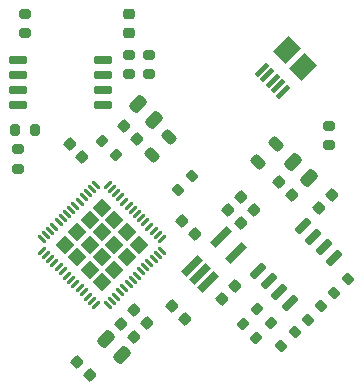
<source format=gtp>
G04 #@! TF.GenerationSoftware,KiCad,Pcbnew,(6.0.0-0)*
G04 #@! TF.CreationDate,2022-07-07T12:10:55+02:00*
G04 #@! TF.ProjectId,core-v-mini-mcu-spiboot-fpga,636f7265-2d76-42d6-9d69-6e692d6d6375,rev?*
G04 #@! TF.SameCoordinates,Original*
G04 #@! TF.FileFunction,Paste,Top*
G04 #@! TF.FilePolarity,Positive*
%FSLAX46Y46*%
G04 Gerber Fmt 4.6, Leading zero omitted, Abs format (unit mm)*
G04 Created by KiCad (PCBNEW (6.0.0-0)) date 2022-07-07 12:10:55*
%MOMM*%
%LPD*%
G01*
G04 APERTURE LIST*
G04 Aperture macros list*
%AMRoundRect*
0 Rectangle with rounded corners*
0 $1 Rounding radius*
0 $2 $3 $4 $5 $6 $7 $8 $9 X,Y pos of 4 corners*
0 Add a 4 corners polygon primitive as box body*
4,1,4,$2,$3,$4,$5,$6,$7,$8,$9,$2,$3,0*
0 Add four circle primitives for the rounded corners*
1,1,$1+$1,$2,$3*
1,1,$1+$1,$4,$5*
1,1,$1+$1,$6,$7*
1,1,$1+$1,$8,$9*
0 Add four rect primitives between the rounded corners*
20,1,$1+$1,$2,$3,$4,$5,0*
20,1,$1+$1,$4,$5,$6,$7,0*
20,1,$1+$1,$6,$7,$8,$9,0*
20,1,$1+$1,$8,$9,$2,$3,0*%
%AMRotRect*
0 Rectangle, with rotation*
0 The origin of the aperture is its center*
0 $1 length*
0 $2 width*
0 $3 Rotation angle, in degrees counterclockwise*
0 Add horizontal line*
21,1,$1,$2,0,0,$3*%
G04 Aperture macros list end*
%ADD10RoundRect,0.200000X-0.275000X0.200000X-0.275000X-0.200000X0.275000X-0.200000X0.275000X0.200000X0*%
%ADD11RoundRect,0.250000X0.512652X0.159099X0.159099X0.512652X-0.512652X-0.159099X-0.159099X-0.512652X0*%
%ADD12RoundRect,0.250000X-0.512652X-0.159099X-0.159099X-0.512652X0.512652X0.159099X0.159099X0.512652X0*%
%ADD13RoundRect,0.200000X0.335876X0.053033X0.053033X0.335876X-0.335876X-0.053033X-0.053033X-0.335876X0*%
%ADD14RoundRect,0.225000X0.250000X-0.225000X0.250000X0.225000X-0.250000X0.225000X-0.250000X-0.225000X0*%
%ADD15RoundRect,0.250000X0.000000X0.487904X-0.487904X0.000000X0.000000X-0.487904X0.487904X0.000000X0*%
%ADD16RoundRect,0.062500X0.220971X0.309359X-0.309359X-0.220971X-0.220971X-0.309359X0.309359X0.220971X0*%
%ADD17RoundRect,0.062500X-0.220971X0.309359X-0.309359X0.220971X0.220971X-0.309359X0.309359X-0.220971X0*%
%ADD18RoundRect,0.225000X0.335876X0.017678X0.017678X0.335876X-0.335876X-0.017678X-0.017678X-0.335876X0*%
%ADD19RoundRect,0.200000X0.275000X-0.200000X0.275000X0.200000X-0.275000X0.200000X-0.275000X-0.200000X0*%
%ADD20RoundRect,0.150000X-0.335876X-0.548008X0.548008X0.335876X0.335876X0.548008X-0.548008X-0.335876X0*%
%ADD21RoundRect,0.200000X0.200000X0.275000X-0.200000X0.275000X-0.200000X-0.275000X0.200000X-0.275000X0*%
%ADD22RoundRect,0.225000X0.017678X-0.335876X0.335876X-0.017678X-0.017678X0.335876X-0.335876X0.017678X0*%
%ADD23RoundRect,0.200000X-0.335876X-0.053033X-0.053033X-0.335876X0.335876X0.053033X0.053033X0.335876X0*%
%ADD24RoundRect,0.200000X0.053033X-0.335876X0.335876X-0.053033X-0.053033X0.335876X-0.335876X0.053033X0*%
%ADD25RoundRect,0.225000X-0.335876X-0.017678X-0.017678X-0.335876X0.335876X0.017678X0.017678X0.335876X0*%
%ADD26RoundRect,0.200000X-0.053033X0.335876X-0.335876X0.053033X0.053033X-0.335876X0.335876X-0.053033X0*%
%ADD27RoundRect,0.150000X-0.650000X-0.150000X0.650000X-0.150000X0.650000X0.150000X-0.650000X0.150000X0*%
%ADD28RoundRect,0.218750X-0.114905X0.424264X-0.424264X0.114905X0.114905X-0.424264X0.424264X-0.114905X0*%
%ADD29RotRect,2.000000X0.650000X45.000000*%
%ADD30RotRect,0.400000X1.350000X135.000000*%
%ADD31RotRect,1.500000X1.900000X135.000000*%
G04 APERTURE END LIST*
D10*
X94500000Y-76675000D03*
X94500000Y-78325000D03*
D11*
X96671751Y-82171751D03*
X95328249Y-80828249D03*
D12*
X108407978Y-85741162D03*
X109751480Y-87084664D03*
D10*
X111500000Y-82675000D03*
X111500000Y-84325000D03*
D13*
X93433363Y-85133363D03*
X92266637Y-83966637D03*
D14*
X94500000Y-74775000D03*
X94500000Y-73225000D03*
D15*
X95389554Y-92750000D03*
X90156964Y-93796518D03*
X93296518Y-90656964D03*
X93296518Y-92750000D03*
X93296518Y-94843036D03*
X89110446Y-92750000D03*
X92250000Y-91703482D03*
X91203482Y-92750000D03*
X91203482Y-90656964D03*
X94343036Y-93796518D03*
X91203482Y-94843036D03*
X92250000Y-89610446D03*
X92250000Y-95889554D03*
X92250000Y-93796518D03*
X94343036Y-91703482D03*
X90156964Y-91703482D03*
D16*
X97332330Y-92263864D03*
X96978777Y-91910311D03*
X96625223Y-91556757D03*
X96271670Y-91203204D03*
X95918116Y-90849651D03*
X95564563Y-90496097D03*
X95211010Y-90142544D03*
X94857456Y-89788990D03*
X94503903Y-89435437D03*
X94150349Y-89081884D03*
X93796796Y-88728330D03*
X93443243Y-88374777D03*
X93089689Y-88021223D03*
X92736136Y-87667670D03*
D17*
X91763864Y-87667670D03*
X91410311Y-88021223D03*
X91056757Y-88374777D03*
X90703204Y-88728330D03*
X90349651Y-89081884D03*
X89996097Y-89435437D03*
X89642544Y-89788990D03*
X89288990Y-90142544D03*
X88935437Y-90496097D03*
X88581884Y-90849651D03*
X88228330Y-91203204D03*
X87874777Y-91556757D03*
X87521223Y-91910311D03*
X87167670Y-92263864D03*
D16*
X87167670Y-93236136D03*
X87521223Y-93589689D03*
X87874777Y-93943243D03*
X88228330Y-94296796D03*
X88581884Y-94650349D03*
X88935437Y-95003903D03*
X89288990Y-95357456D03*
X89642544Y-95711010D03*
X89996097Y-96064563D03*
X90349651Y-96418116D03*
X90703204Y-96771670D03*
X91056757Y-97125223D03*
X91410311Y-97478777D03*
X91763864Y-97832330D03*
D17*
X92736136Y-97832330D03*
X93089689Y-97478777D03*
X93443243Y-97125223D03*
X93796796Y-96771670D03*
X94150349Y-96418116D03*
X94503903Y-96064563D03*
X94857456Y-95711010D03*
X95211010Y-95357456D03*
X95564563Y-95003903D03*
X95918116Y-94650349D03*
X96271670Y-94296796D03*
X96625223Y-93943243D03*
X96978777Y-93589689D03*
X97332330Y-93236136D03*
D18*
X105148008Y-89798008D03*
X104051992Y-88701992D03*
D19*
X85100000Y-86325000D03*
X85100000Y-84675000D03*
D20*
X105453949Y-94953949D03*
X106351975Y-95851975D03*
X107250000Y-96750000D03*
X108148026Y-97648026D03*
X111931047Y-93865005D03*
X111033021Y-92966979D03*
X110134996Y-92068954D03*
X109236970Y-91170928D03*
D12*
X92628249Y-100728249D03*
X93971751Y-102071751D03*
D21*
X86575000Y-83000000D03*
X84925000Y-83000000D03*
D22*
X110653984Y-89596016D03*
X111750000Y-88500000D03*
D23*
X105416637Y-98166637D03*
X106583363Y-99333363D03*
X104166637Y-99441637D03*
X105333363Y-100608363D03*
D18*
X104048008Y-90898008D03*
X102951992Y-89801992D03*
D19*
X85700000Y-74825000D03*
X85700000Y-73175000D03*
D24*
X111916637Y-96833363D03*
X113083363Y-95666637D03*
D25*
X98201992Y-97951992D03*
X99298008Y-99048008D03*
D26*
X99833363Y-86916637D03*
X98666637Y-88083363D03*
D25*
X93876992Y-99426992D03*
X94973008Y-100523008D03*
X90151992Y-102676992D03*
X91248008Y-103773008D03*
X94976992Y-98301992D03*
X96073008Y-99398008D03*
D18*
X90598008Y-85273008D03*
X89501992Y-84176992D03*
D10*
X96200000Y-76675000D03*
X96200000Y-78325000D03*
D26*
X110833363Y-97916637D03*
X109666637Y-99083363D03*
D25*
X107274581Y-87395880D03*
X108370597Y-88491896D03*
D27*
X85150000Y-77095000D03*
X85150000Y-78365000D03*
X85150000Y-79635000D03*
X85150000Y-80905000D03*
X92350000Y-80905000D03*
X92350000Y-79635000D03*
X92350000Y-78365000D03*
X92350000Y-77095000D03*
D22*
X102451992Y-97298008D03*
X103548008Y-96201992D03*
D24*
X107416637Y-101333363D03*
X108583363Y-100166637D03*
D28*
X97965210Y-83651821D03*
X96462608Y-85154423D03*
D29*
X99869096Y-94537401D03*
X100540847Y-95209153D03*
X101212599Y-95880904D03*
X103630904Y-93462599D03*
X102287401Y-92119096D03*
D30*
X107613394Y-79779067D03*
X107153775Y-79319448D03*
X106694155Y-78859829D03*
X106234536Y-78400209D03*
X105774917Y-77940590D03*
D31*
X107896237Y-76243534D03*
X109310450Y-77657747D03*
D28*
X107002602Y-84247398D03*
X105500000Y-85750000D03*
D18*
X95209640Y-83772754D03*
X94113624Y-82676738D03*
D25*
X99051992Y-90701992D03*
X100148008Y-91798008D03*
M02*

</source>
